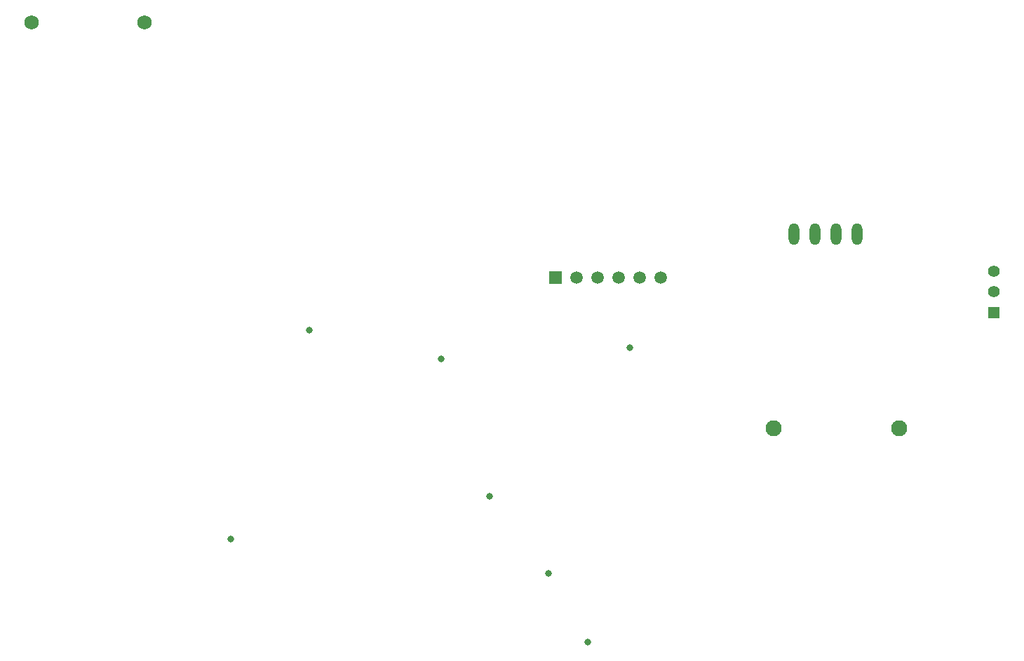
<source format=gbr>
%TF.GenerationSoftware,KiCad,Pcbnew,7.0.7*%
%TF.CreationDate,2024-06-03T23:51:36+07:00*%
%TF.ProjectId,Final Project_Group 4_Electronic Circuit 2,46696e61-6c20-4507-926f-6a6563745f47,rev?*%
%TF.SameCoordinates,Original*%
%TF.FileFunction,Copper,L4,Bot*%
%TF.FilePolarity,Positive*%
%FSLAX46Y46*%
G04 Gerber Fmt 4.6, Leading zero omitted, Abs format (unit mm)*
G04 Created by KiCad (PCBNEW 7.0.7) date 2024-06-03 23:51:36*
%MOMM*%
%LPD*%
G01*
G04 APERTURE LIST*
%TA.AperFunction,ComponentPad*%
%ADD10O,1.308000X2.616000*%
%TD*%
%TA.AperFunction,ComponentPad*%
%ADD11C,1.950000*%
%TD*%
%TA.AperFunction,ComponentPad*%
%ADD12R,1.408000X1.408000*%
%TD*%
%TA.AperFunction,ComponentPad*%
%ADD13C,1.408000*%
%TD*%
%TA.AperFunction,ComponentPad*%
%ADD14R,1.500000X1.500000*%
%TD*%
%TA.AperFunction,ComponentPad*%
%ADD15C,1.500000*%
%TD*%
%TA.AperFunction,ComponentPad*%
%ADD16C,1.755000*%
%TD*%
%TA.AperFunction,ViaPad*%
%ADD17C,0.800000*%
%TD*%
G04 APERTURE END LIST*
D10*
%TO.P,U2,DATA,DATA*%
%TO.N,Net-(ResistorDHT22-Pad1)*%
X168910000Y-80689500D03*
%TO.P,U2,GND,GND*%
%TO.N,Net-(IC1-GND)*%
X173990000Y-80689500D03*
%TO.P,U2,NC,NULL*%
%TO.N,unconnected-(U2-NULL-PadNC)*%
X171450000Y-80689500D03*
%TO.P,U2,VDD,VDD*%
%TO.N,Net-(IC1-VCC)*%
X166370000Y-80689500D03*
%TD*%
D11*
%TO.P,LS1,1*%
%TO.N,Net-(IC1-GND)*%
X163850000Y-104140000D03*
%TO.P,LS1,2*%
X179050000Y-104140000D03*
%TD*%
D12*
%TO.P,S1,1*%
%TO.N,Net-(IC1-GND)*%
X190500000Y-90130000D03*
D13*
%TO.P,S1,2*%
%TO.N,Net-(IC1-VCC)*%
X190500000Y-87630000D03*
%TO.P,S1,3*%
%TO.N,Net-(R1-Pad2)*%
X190500000Y-85130000D03*
%TD*%
D14*
%TO.P,U5,1,VSS*%
%TO.N,Net-(IC1-GND)*%
X137545000Y-85907500D03*
D15*
%TO.P,U5,2,VDD*%
%TO.N,Net-(IC1-VCC)*%
X140085000Y-85907500D03*
%TO.P,U5,3,VLCD*%
%TO.N,unconnected-(U5-VLCD-Pad3)*%
X142625000Y-85907500D03*
%TO.P,U5,4,V0*%
%TO.N,unconnected-(U5-V0-Pad4)*%
X145165000Y-85907500D03*
%TO.P,U5,5,SDA*%
%TO.N,Net-(U1-IO4)*%
X147705000Y-85907500D03*
%TO.P,U5,6,SCL*%
%TO.N,Net-(U1-IO5)*%
X150245000Y-85907500D03*
%TD*%
D16*
%TO.P,BT1,+*%
%TO.N,Net-(U4-VI)*%
X87910000Y-55120000D03*
%TO.P,BT1,-*%
%TO.N,Net-(IC1-GND)*%
X74320000Y-55120000D03*
%TD*%
D17*
%TO.N,Net-(U4-VI)*%
X146530900Y-94330900D03*
%TO.N,Net-(IC1-GND)*%
X107850000Y-92217500D03*
%TO.N,Net-(Y1-VDD)*%
X129610200Y-112324800D03*
X141415200Y-129914200D03*
%TO.N,Net-(U1-XTAL_N)*%
X136701700Y-121627800D03*
X98335900Y-117487200D03*
%TO.N,Net-(ResistorDHT22-Pad1)*%
X123795000Y-95716400D03*
%TD*%
M02*

</source>
